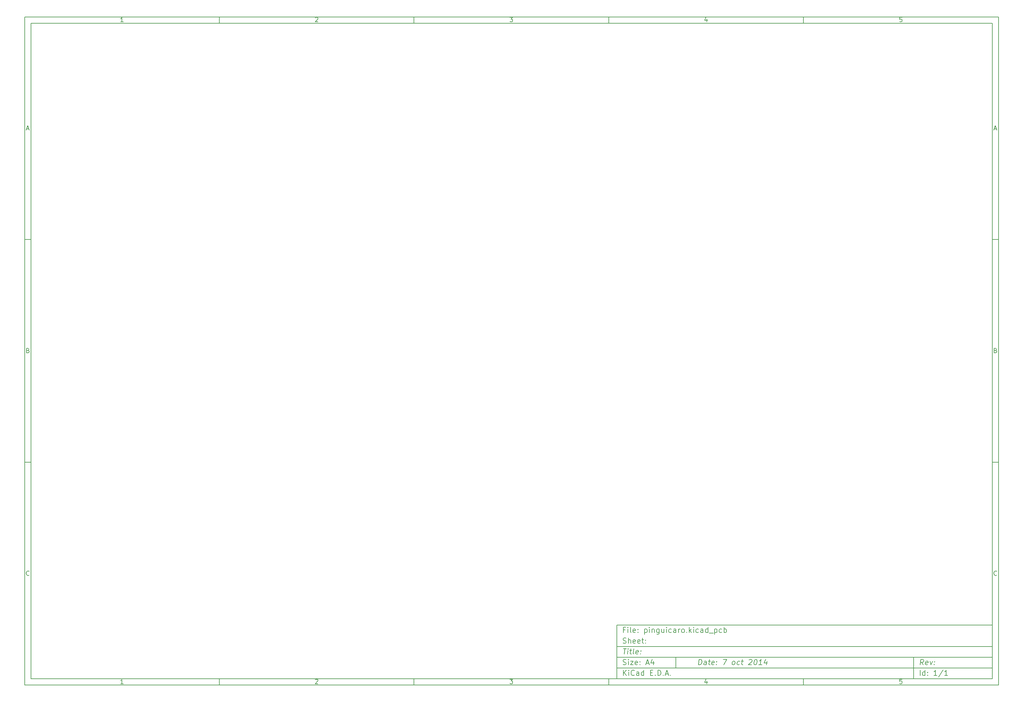
<source format=gbp>
G04 (created by PCBNEW (2013-june-11)-stable) date mar 07 oct 2014 09:39:09 ART*
%MOIN*%
G04 Gerber Fmt 3.4, Leading zero omitted, Abs format*
%FSLAX34Y34*%
G01*
G70*
G90*
G04 APERTURE LIST*
%ADD10C,0.00590551*%
G04 APERTURE END LIST*
G54D10*
X4000Y-4000D02*
X112930Y-4000D01*
X112930Y-78680D01*
X4000Y-78680D01*
X4000Y-4000D01*
X4700Y-4700D02*
X112230Y-4700D01*
X112230Y-77980D01*
X4700Y-77980D01*
X4700Y-4700D01*
X25780Y-4000D02*
X25780Y-4700D01*
X15032Y-4552D02*
X14747Y-4552D01*
X14890Y-4552D02*
X14890Y-4052D01*
X14842Y-4123D01*
X14794Y-4171D01*
X14747Y-4195D01*
X25780Y-78680D02*
X25780Y-77980D01*
X15032Y-78532D02*
X14747Y-78532D01*
X14890Y-78532D02*
X14890Y-78032D01*
X14842Y-78103D01*
X14794Y-78151D01*
X14747Y-78175D01*
X47560Y-4000D02*
X47560Y-4700D01*
X36527Y-4100D02*
X36550Y-4076D01*
X36598Y-4052D01*
X36717Y-4052D01*
X36765Y-4076D01*
X36789Y-4100D01*
X36812Y-4147D01*
X36812Y-4195D01*
X36789Y-4266D01*
X36503Y-4552D01*
X36812Y-4552D01*
X47560Y-78680D02*
X47560Y-77980D01*
X36527Y-78080D02*
X36550Y-78056D01*
X36598Y-78032D01*
X36717Y-78032D01*
X36765Y-78056D01*
X36789Y-78080D01*
X36812Y-78127D01*
X36812Y-78175D01*
X36789Y-78246D01*
X36503Y-78532D01*
X36812Y-78532D01*
X69340Y-4000D02*
X69340Y-4700D01*
X58283Y-4052D02*
X58592Y-4052D01*
X58426Y-4242D01*
X58497Y-4242D01*
X58545Y-4266D01*
X58569Y-4290D01*
X58592Y-4338D01*
X58592Y-4457D01*
X58569Y-4504D01*
X58545Y-4528D01*
X58497Y-4552D01*
X58354Y-4552D01*
X58307Y-4528D01*
X58283Y-4504D01*
X69340Y-78680D02*
X69340Y-77980D01*
X58283Y-78032D02*
X58592Y-78032D01*
X58426Y-78222D01*
X58497Y-78222D01*
X58545Y-78246D01*
X58569Y-78270D01*
X58592Y-78318D01*
X58592Y-78437D01*
X58569Y-78484D01*
X58545Y-78508D01*
X58497Y-78532D01*
X58354Y-78532D01*
X58307Y-78508D01*
X58283Y-78484D01*
X91120Y-4000D02*
X91120Y-4700D01*
X80325Y-4219D02*
X80325Y-4552D01*
X80206Y-4028D02*
X80087Y-4385D01*
X80396Y-4385D01*
X91120Y-78680D02*
X91120Y-77980D01*
X80325Y-78199D02*
X80325Y-78532D01*
X80206Y-78008D02*
X80087Y-78365D01*
X80396Y-78365D01*
X102129Y-4052D02*
X101890Y-4052D01*
X101867Y-4290D01*
X101890Y-4266D01*
X101938Y-4242D01*
X102057Y-4242D01*
X102105Y-4266D01*
X102129Y-4290D01*
X102152Y-4338D01*
X102152Y-4457D01*
X102129Y-4504D01*
X102105Y-4528D01*
X102057Y-4552D01*
X101938Y-4552D01*
X101890Y-4528D01*
X101867Y-4504D01*
X102129Y-78032D02*
X101890Y-78032D01*
X101867Y-78270D01*
X101890Y-78246D01*
X101938Y-78222D01*
X102057Y-78222D01*
X102105Y-78246D01*
X102129Y-78270D01*
X102152Y-78318D01*
X102152Y-78437D01*
X102129Y-78484D01*
X102105Y-78508D01*
X102057Y-78532D01*
X101938Y-78532D01*
X101890Y-78508D01*
X101867Y-78484D01*
X4000Y-28890D02*
X4700Y-28890D01*
X4230Y-16509D02*
X4469Y-16509D01*
X4183Y-16652D02*
X4350Y-16152D01*
X4516Y-16652D01*
X112930Y-28890D02*
X112230Y-28890D01*
X112460Y-16509D02*
X112699Y-16509D01*
X112413Y-16652D02*
X112580Y-16152D01*
X112746Y-16652D01*
X4000Y-53780D02*
X4700Y-53780D01*
X4385Y-41280D02*
X4457Y-41304D01*
X4480Y-41328D01*
X4504Y-41375D01*
X4504Y-41447D01*
X4480Y-41494D01*
X4457Y-41518D01*
X4409Y-41542D01*
X4219Y-41542D01*
X4219Y-41042D01*
X4385Y-41042D01*
X4433Y-41066D01*
X4457Y-41090D01*
X4480Y-41137D01*
X4480Y-41185D01*
X4457Y-41232D01*
X4433Y-41256D01*
X4385Y-41280D01*
X4219Y-41280D01*
X112930Y-53780D02*
X112230Y-53780D01*
X112615Y-41280D02*
X112687Y-41304D01*
X112710Y-41328D01*
X112734Y-41375D01*
X112734Y-41447D01*
X112710Y-41494D01*
X112687Y-41518D01*
X112639Y-41542D01*
X112449Y-41542D01*
X112449Y-41042D01*
X112615Y-41042D01*
X112663Y-41066D01*
X112687Y-41090D01*
X112710Y-41137D01*
X112710Y-41185D01*
X112687Y-41232D01*
X112663Y-41256D01*
X112615Y-41280D01*
X112449Y-41280D01*
X4504Y-66384D02*
X4480Y-66408D01*
X4409Y-66432D01*
X4361Y-66432D01*
X4290Y-66408D01*
X4242Y-66360D01*
X4219Y-66313D01*
X4195Y-66218D01*
X4195Y-66146D01*
X4219Y-66051D01*
X4242Y-66003D01*
X4290Y-65956D01*
X4361Y-65932D01*
X4409Y-65932D01*
X4480Y-65956D01*
X4504Y-65980D01*
X112734Y-66384D02*
X112710Y-66408D01*
X112639Y-66432D01*
X112591Y-66432D01*
X112520Y-66408D01*
X112472Y-66360D01*
X112449Y-66313D01*
X112425Y-66218D01*
X112425Y-66146D01*
X112449Y-66051D01*
X112472Y-66003D01*
X112520Y-65956D01*
X112591Y-65932D01*
X112639Y-65932D01*
X112710Y-65956D01*
X112734Y-65980D01*
X79380Y-76422D02*
X79455Y-75822D01*
X79597Y-75822D01*
X79680Y-75851D01*
X79730Y-75908D01*
X79751Y-75965D01*
X79765Y-76080D01*
X79755Y-76165D01*
X79712Y-76280D01*
X79676Y-76337D01*
X79612Y-76394D01*
X79522Y-76422D01*
X79380Y-76422D01*
X80237Y-76422D02*
X80276Y-76108D01*
X80255Y-76051D01*
X80201Y-76022D01*
X80087Y-76022D01*
X80026Y-76051D01*
X80240Y-76394D02*
X80180Y-76422D01*
X80037Y-76422D01*
X79983Y-76394D01*
X79962Y-76337D01*
X79969Y-76280D01*
X80005Y-76222D01*
X80065Y-76194D01*
X80208Y-76194D01*
X80269Y-76165D01*
X80487Y-76022D02*
X80715Y-76022D01*
X80597Y-75822D02*
X80533Y-76337D01*
X80555Y-76394D01*
X80608Y-76422D01*
X80665Y-76422D01*
X81097Y-76394D02*
X81037Y-76422D01*
X80922Y-76422D01*
X80869Y-76394D01*
X80847Y-76337D01*
X80876Y-76108D01*
X80912Y-76051D01*
X80972Y-76022D01*
X81087Y-76022D01*
X81140Y-76051D01*
X81162Y-76108D01*
X81155Y-76165D01*
X80862Y-76222D01*
X81387Y-76365D02*
X81412Y-76394D01*
X81380Y-76422D01*
X81355Y-76394D01*
X81387Y-76365D01*
X81380Y-76422D01*
X81426Y-76051D02*
X81451Y-76080D01*
X81419Y-76108D01*
X81394Y-76080D01*
X81426Y-76051D01*
X81419Y-76108D01*
X82140Y-75822D02*
X82540Y-75822D01*
X82208Y-76422D01*
X83237Y-76422D02*
X83183Y-76394D01*
X83158Y-76365D01*
X83137Y-76308D01*
X83158Y-76137D01*
X83194Y-76080D01*
X83226Y-76051D01*
X83287Y-76022D01*
X83372Y-76022D01*
X83426Y-76051D01*
X83451Y-76080D01*
X83472Y-76137D01*
X83451Y-76308D01*
X83415Y-76365D01*
X83383Y-76394D01*
X83322Y-76422D01*
X83237Y-76422D01*
X83955Y-76394D02*
X83894Y-76422D01*
X83780Y-76422D01*
X83726Y-76394D01*
X83701Y-76365D01*
X83680Y-76308D01*
X83701Y-76137D01*
X83737Y-76080D01*
X83769Y-76051D01*
X83830Y-76022D01*
X83944Y-76022D01*
X83997Y-76051D01*
X84172Y-76022D02*
X84401Y-76022D01*
X84283Y-75822D02*
X84219Y-76337D01*
X84240Y-76394D01*
X84294Y-76422D01*
X84351Y-76422D01*
X85047Y-75880D02*
X85080Y-75851D01*
X85140Y-75822D01*
X85283Y-75822D01*
X85337Y-75851D01*
X85362Y-75880D01*
X85383Y-75937D01*
X85376Y-75994D01*
X85337Y-76080D01*
X84951Y-76422D01*
X85322Y-76422D01*
X85769Y-75822D02*
X85826Y-75822D01*
X85880Y-75851D01*
X85905Y-75880D01*
X85926Y-75937D01*
X85940Y-76051D01*
X85922Y-76194D01*
X85880Y-76308D01*
X85844Y-76365D01*
X85812Y-76394D01*
X85751Y-76422D01*
X85694Y-76422D01*
X85640Y-76394D01*
X85615Y-76365D01*
X85594Y-76308D01*
X85580Y-76194D01*
X85597Y-76051D01*
X85640Y-75937D01*
X85676Y-75880D01*
X85708Y-75851D01*
X85769Y-75822D01*
X86465Y-76422D02*
X86122Y-76422D01*
X86294Y-76422D02*
X86369Y-75822D01*
X86301Y-75908D01*
X86237Y-75965D01*
X86176Y-75994D01*
X87030Y-76022D02*
X86980Y-76422D01*
X86915Y-75794D02*
X86719Y-76222D01*
X87090Y-76222D01*
X70972Y-77622D02*
X70972Y-77022D01*
X71315Y-77622D02*
X71058Y-77280D01*
X71315Y-77022D02*
X70972Y-77365D01*
X71572Y-77622D02*
X71572Y-77222D01*
X71572Y-77022D02*
X71544Y-77051D01*
X71572Y-77080D01*
X71601Y-77051D01*
X71572Y-77022D01*
X71572Y-77080D01*
X72201Y-77565D02*
X72172Y-77594D01*
X72087Y-77622D01*
X72030Y-77622D01*
X71944Y-77594D01*
X71887Y-77537D01*
X71858Y-77480D01*
X71830Y-77365D01*
X71830Y-77280D01*
X71858Y-77165D01*
X71887Y-77108D01*
X71944Y-77051D01*
X72030Y-77022D01*
X72087Y-77022D01*
X72172Y-77051D01*
X72201Y-77080D01*
X72715Y-77622D02*
X72715Y-77308D01*
X72687Y-77251D01*
X72630Y-77222D01*
X72515Y-77222D01*
X72458Y-77251D01*
X72715Y-77594D02*
X72658Y-77622D01*
X72515Y-77622D01*
X72458Y-77594D01*
X72430Y-77537D01*
X72430Y-77480D01*
X72458Y-77422D01*
X72515Y-77394D01*
X72658Y-77394D01*
X72715Y-77365D01*
X73258Y-77622D02*
X73258Y-77022D01*
X73258Y-77594D02*
X73201Y-77622D01*
X73087Y-77622D01*
X73030Y-77594D01*
X73001Y-77565D01*
X72972Y-77508D01*
X72972Y-77337D01*
X73001Y-77280D01*
X73030Y-77251D01*
X73087Y-77222D01*
X73201Y-77222D01*
X73258Y-77251D01*
X74001Y-77308D02*
X74201Y-77308D01*
X74287Y-77622D02*
X74001Y-77622D01*
X74001Y-77022D01*
X74287Y-77022D01*
X74544Y-77565D02*
X74572Y-77594D01*
X74544Y-77622D01*
X74515Y-77594D01*
X74544Y-77565D01*
X74544Y-77622D01*
X74829Y-77622D02*
X74829Y-77022D01*
X74972Y-77022D01*
X75058Y-77051D01*
X75115Y-77108D01*
X75144Y-77165D01*
X75172Y-77280D01*
X75172Y-77365D01*
X75144Y-77480D01*
X75115Y-77537D01*
X75058Y-77594D01*
X74972Y-77622D01*
X74829Y-77622D01*
X75429Y-77565D02*
X75458Y-77594D01*
X75429Y-77622D01*
X75401Y-77594D01*
X75429Y-77565D01*
X75429Y-77622D01*
X75687Y-77451D02*
X75972Y-77451D01*
X75629Y-77622D02*
X75829Y-77022D01*
X76029Y-77622D01*
X76229Y-77565D02*
X76258Y-77594D01*
X76229Y-77622D01*
X76201Y-77594D01*
X76229Y-77565D01*
X76229Y-77622D01*
X104522Y-76422D02*
X104358Y-76137D01*
X104180Y-76422D02*
X104255Y-75822D01*
X104483Y-75822D01*
X104537Y-75851D01*
X104562Y-75880D01*
X104583Y-75937D01*
X104572Y-76022D01*
X104537Y-76080D01*
X104505Y-76108D01*
X104444Y-76137D01*
X104215Y-76137D01*
X105012Y-76394D02*
X104951Y-76422D01*
X104837Y-76422D01*
X104783Y-76394D01*
X104762Y-76337D01*
X104790Y-76108D01*
X104826Y-76051D01*
X104887Y-76022D01*
X105001Y-76022D01*
X105055Y-76051D01*
X105076Y-76108D01*
X105069Y-76165D01*
X104776Y-76222D01*
X105287Y-76022D02*
X105380Y-76422D01*
X105572Y-76022D01*
X105758Y-76365D02*
X105783Y-76394D01*
X105751Y-76422D01*
X105726Y-76394D01*
X105758Y-76365D01*
X105751Y-76422D01*
X105797Y-76051D02*
X105822Y-76080D01*
X105790Y-76108D01*
X105765Y-76080D01*
X105797Y-76051D01*
X105790Y-76108D01*
X70944Y-76394D02*
X71030Y-76422D01*
X71172Y-76422D01*
X71230Y-76394D01*
X71258Y-76365D01*
X71287Y-76308D01*
X71287Y-76251D01*
X71258Y-76194D01*
X71230Y-76165D01*
X71172Y-76137D01*
X71058Y-76108D01*
X71001Y-76080D01*
X70972Y-76051D01*
X70944Y-75994D01*
X70944Y-75937D01*
X70972Y-75880D01*
X71001Y-75851D01*
X71058Y-75822D01*
X71201Y-75822D01*
X71287Y-75851D01*
X71544Y-76422D02*
X71544Y-76022D01*
X71544Y-75822D02*
X71515Y-75851D01*
X71544Y-75880D01*
X71572Y-75851D01*
X71544Y-75822D01*
X71544Y-75880D01*
X71772Y-76022D02*
X72087Y-76022D01*
X71772Y-76422D01*
X72087Y-76422D01*
X72544Y-76394D02*
X72487Y-76422D01*
X72372Y-76422D01*
X72315Y-76394D01*
X72287Y-76337D01*
X72287Y-76108D01*
X72315Y-76051D01*
X72372Y-76022D01*
X72487Y-76022D01*
X72544Y-76051D01*
X72572Y-76108D01*
X72572Y-76165D01*
X72287Y-76222D01*
X72830Y-76365D02*
X72858Y-76394D01*
X72830Y-76422D01*
X72801Y-76394D01*
X72830Y-76365D01*
X72830Y-76422D01*
X72830Y-76051D02*
X72858Y-76080D01*
X72830Y-76108D01*
X72801Y-76080D01*
X72830Y-76051D01*
X72830Y-76108D01*
X73544Y-76251D02*
X73830Y-76251D01*
X73487Y-76422D02*
X73687Y-75822D01*
X73887Y-76422D01*
X74344Y-76022D02*
X74344Y-76422D01*
X74201Y-75794D02*
X74058Y-76222D01*
X74430Y-76222D01*
X104172Y-77622D02*
X104172Y-77022D01*
X104715Y-77622D02*
X104715Y-77022D01*
X104715Y-77594D02*
X104658Y-77622D01*
X104544Y-77622D01*
X104487Y-77594D01*
X104458Y-77565D01*
X104430Y-77508D01*
X104430Y-77337D01*
X104458Y-77280D01*
X104487Y-77251D01*
X104544Y-77222D01*
X104658Y-77222D01*
X104715Y-77251D01*
X105001Y-77565D02*
X105030Y-77594D01*
X105001Y-77622D01*
X104972Y-77594D01*
X105001Y-77565D01*
X105001Y-77622D01*
X105001Y-77251D02*
X105030Y-77280D01*
X105001Y-77308D01*
X104972Y-77280D01*
X105001Y-77251D01*
X105001Y-77308D01*
X106058Y-77622D02*
X105715Y-77622D01*
X105887Y-77622D02*
X105887Y-77022D01*
X105829Y-77108D01*
X105772Y-77165D01*
X105715Y-77194D01*
X106744Y-76994D02*
X106230Y-77765D01*
X107258Y-77622D02*
X106915Y-77622D01*
X107087Y-77622D02*
X107087Y-77022D01*
X107029Y-77108D01*
X106972Y-77165D01*
X106915Y-77194D01*
X70969Y-74622D02*
X71312Y-74622D01*
X71065Y-75222D02*
X71140Y-74622D01*
X71437Y-75222D02*
X71487Y-74822D01*
X71512Y-74622D02*
X71480Y-74651D01*
X71505Y-74680D01*
X71537Y-74651D01*
X71512Y-74622D01*
X71505Y-74680D01*
X71687Y-74822D02*
X71915Y-74822D01*
X71797Y-74622D02*
X71733Y-75137D01*
X71755Y-75194D01*
X71808Y-75222D01*
X71865Y-75222D01*
X72151Y-75222D02*
X72097Y-75194D01*
X72076Y-75137D01*
X72140Y-74622D01*
X72612Y-75194D02*
X72551Y-75222D01*
X72437Y-75222D01*
X72383Y-75194D01*
X72362Y-75137D01*
X72390Y-74908D01*
X72426Y-74851D01*
X72487Y-74822D01*
X72601Y-74822D01*
X72655Y-74851D01*
X72676Y-74908D01*
X72669Y-74965D01*
X72376Y-75022D01*
X72901Y-75165D02*
X72926Y-75194D01*
X72894Y-75222D01*
X72869Y-75194D01*
X72901Y-75165D01*
X72894Y-75222D01*
X72940Y-74851D02*
X72965Y-74880D01*
X72933Y-74908D01*
X72908Y-74880D01*
X72940Y-74851D01*
X72933Y-74908D01*
X71172Y-72508D02*
X70972Y-72508D01*
X70972Y-72822D02*
X70972Y-72222D01*
X71258Y-72222D01*
X71487Y-72822D02*
X71487Y-72422D01*
X71487Y-72222D02*
X71458Y-72251D01*
X71487Y-72280D01*
X71515Y-72251D01*
X71487Y-72222D01*
X71487Y-72280D01*
X71858Y-72822D02*
X71801Y-72794D01*
X71772Y-72737D01*
X71772Y-72222D01*
X72315Y-72794D02*
X72258Y-72822D01*
X72144Y-72822D01*
X72087Y-72794D01*
X72058Y-72737D01*
X72058Y-72508D01*
X72087Y-72451D01*
X72144Y-72422D01*
X72258Y-72422D01*
X72315Y-72451D01*
X72344Y-72508D01*
X72344Y-72565D01*
X72058Y-72622D01*
X72601Y-72765D02*
X72630Y-72794D01*
X72601Y-72822D01*
X72572Y-72794D01*
X72601Y-72765D01*
X72601Y-72822D01*
X72601Y-72451D02*
X72630Y-72480D01*
X72601Y-72508D01*
X72572Y-72480D01*
X72601Y-72451D01*
X72601Y-72508D01*
X73344Y-72422D02*
X73344Y-73022D01*
X73344Y-72451D02*
X73401Y-72422D01*
X73515Y-72422D01*
X73572Y-72451D01*
X73601Y-72480D01*
X73630Y-72537D01*
X73630Y-72708D01*
X73601Y-72765D01*
X73572Y-72794D01*
X73515Y-72822D01*
X73401Y-72822D01*
X73344Y-72794D01*
X73887Y-72822D02*
X73887Y-72422D01*
X73887Y-72222D02*
X73858Y-72251D01*
X73887Y-72280D01*
X73915Y-72251D01*
X73887Y-72222D01*
X73887Y-72280D01*
X74172Y-72422D02*
X74172Y-72822D01*
X74172Y-72480D02*
X74201Y-72451D01*
X74258Y-72422D01*
X74344Y-72422D01*
X74401Y-72451D01*
X74430Y-72508D01*
X74430Y-72822D01*
X74972Y-72422D02*
X74972Y-72908D01*
X74944Y-72965D01*
X74915Y-72994D01*
X74858Y-73022D01*
X74772Y-73022D01*
X74715Y-72994D01*
X74972Y-72794D02*
X74915Y-72822D01*
X74801Y-72822D01*
X74744Y-72794D01*
X74715Y-72765D01*
X74687Y-72708D01*
X74687Y-72537D01*
X74715Y-72480D01*
X74744Y-72451D01*
X74801Y-72422D01*
X74915Y-72422D01*
X74972Y-72451D01*
X75515Y-72422D02*
X75515Y-72822D01*
X75258Y-72422D02*
X75258Y-72737D01*
X75287Y-72794D01*
X75344Y-72822D01*
X75430Y-72822D01*
X75487Y-72794D01*
X75515Y-72765D01*
X75801Y-72822D02*
X75801Y-72422D01*
X75801Y-72222D02*
X75772Y-72251D01*
X75801Y-72280D01*
X75830Y-72251D01*
X75801Y-72222D01*
X75801Y-72280D01*
X76344Y-72794D02*
X76287Y-72822D01*
X76172Y-72822D01*
X76115Y-72794D01*
X76087Y-72765D01*
X76058Y-72708D01*
X76058Y-72537D01*
X76087Y-72480D01*
X76115Y-72451D01*
X76172Y-72422D01*
X76287Y-72422D01*
X76344Y-72451D01*
X76858Y-72822D02*
X76858Y-72508D01*
X76830Y-72451D01*
X76772Y-72422D01*
X76658Y-72422D01*
X76601Y-72451D01*
X76858Y-72794D02*
X76801Y-72822D01*
X76658Y-72822D01*
X76601Y-72794D01*
X76572Y-72737D01*
X76572Y-72680D01*
X76601Y-72622D01*
X76658Y-72594D01*
X76801Y-72594D01*
X76858Y-72565D01*
X77144Y-72822D02*
X77144Y-72422D01*
X77144Y-72537D02*
X77172Y-72480D01*
X77201Y-72451D01*
X77258Y-72422D01*
X77315Y-72422D01*
X77601Y-72822D02*
X77544Y-72794D01*
X77515Y-72765D01*
X77487Y-72708D01*
X77487Y-72537D01*
X77515Y-72480D01*
X77544Y-72451D01*
X77601Y-72422D01*
X77687Y-72422D01*
X77744Y-72451D01*
X77772Y-72480D01*
X77801Y-72537D01*
X77801Y-72708D01*
X77772Y-72765D01*
X77744Y-72794D01*
X77687Y-72822D01*
X77601Y-72822D01*
X78058Y-72765D02*
X78087Y-72794D01*
X78058Y-72822D01*
X78030Y-72794D01*
X78058Y-72765D01*
X78058Y-72822D01*
X78344Y-72822D02*
X78344Y-72222D01*
X78401Y-72594D02*
X78572Y-72822D01*
X78572Y-72422D02*
X78344Y-72651D01*
X78829Y-72822D02*
X78829Y-72422D01*
X78829Y-72222D02*
X78801Y-72251D01*
X78829Y-72280D01*
X78858Y-72251D01*
X78829Y-72222D01*
X78829Y-72280D01*
X79372Y-72794D02*
X79315Y-72822D01*
X79201Y-72822D01*
X79144Y-72794D01*
X79115Y-72765D01*
X79087Y-72708D01*
X79087Y-72537D01*
X79115Y-72480D01*
X79144Y-72451D01*
X79201Y-72422D01*
X79315Y-72422D01*
X79372Y-72451D01*
X79887Y-72822D02*
X79887Y-72508D01*
X79858Y-72451D01*
X79801Y-72422D01*
X79687Y-72422D01*
X79629Y-72451D01*
X79887Y-72794D02*
X79829Y-72822D01*
X79687Y-72822D01*
X79629Y-72794D01*
X79601Y-72737D01*
X79601Y-72680D01*
X79629Y-72622D01*
X79687Y-72594D01*
X79829Y-72594D01*
X79887Y-72565D01*
X80429Y-72822D02*
X80429Y-72222D01*
X80429Y-72794D02*
X80372Y-72822D01*
X80258Y-72822D01*
X80201Y-72794D01*
X80172Y-72765D01*
X80144Y-72708D01*
X80144Y-72537D01*
X80172Y-72480D01*
X80201Y-72451D01*
X80258Y-72422D01*
X80372Y-72422D01*
X80429Y-72451D01*
X80572Y-72880D02*
X81029Y-72880D01*
X81172Y-72422D02*
X81172Y-73022D01*
X81172Y-72451D02*
X81229Y-72422D01*
X81344Y-72422D01*
X81401Y-72451D01*
X81429Y-72480D01*
X81458Y-72537D01*
X81458Y-72708D01*
X81429Y-72765D01*
X81401Y-72794D01*
X81344Y-72822D01*
X81229Y-72822D01*
X81172Y-72794D01*
X81972Y-72794D02*
X81915Y-72822D01*
X81801Y-72822D01*
X81744Y-72794D01*
X81715Y-72765D01*
X81687Y-72708D01*
X81687Y-72537D01*
X81715Y-72480D01*
X81744Y-72451D01*
X81801Y-72422D01*
X81915Y-72422D01*
X81972Y-72451D01*
X82229Y-72822D02*
X82229Y-72222D01*
X82229Y-72451D02*
X82287Y-72422D01*
X82401Y-72422D01*
X82458Y-72451D01*
X82487Y-72480D01*
X82515Y-72537D01*
X82515Y-72708D01*
X82487Y-72765D01*
X82458Y-72794D01*
X82401Y-72822D01*
X82287Y-72822D01*
X82229Y-72794D01*
X70944Y-73994D02*
X71030Y-74022D01*
X71172Y-74022D01*
X71230Y-73994D01*
X71258Y-73965D01*
X71287Y-73908D01*
X71287Y-73851D01*
X71258Y-73794D01*
X71230Y-73765D01*
X71172Y-73737D01*
X71058Y-73708D01*
X71001Y-73680D01*
X70972Y-73651D01*
X70944Y-73594D01*
X70944Y-73537D01*
X70972Y-73480D01*
X71001Y-73451D01*
X71058Y-73422D01*
X71201Y-73422D01*
X71287Y-73451D01*
X71544Y-74022D02*
X71544Y-73422D01*
X71801Y-74022D02*
X71801Y-73708D01*
X71772Y-73651D01*
X71715Y-73622D01*
X71630Y-73622D01*
X71572Y-73651D01*
X71544Y-73680D01*
X72315Y-73994D02*
X72258Y-74022D01*
X72144Y-74022D01*
X72087Y-73994D01*
X72058Y-73937D01*
X72058Y-73708D01*
X72087Y-73651D01*
X72144Y-73622D01*
X72258Y-73622D01*
X72315Y-73651D01*
X72344Y-73708D01*
X72344Y-73765D01*
X72058Y-73822D01*
X72830Y-73994D02*
X72772Y-74022D01*
X72658Y-74022D01*
X72601Y-73994D01*
X72572Y-73937D01*
X72572Y-73708D01*
X72601Y-73651D01*
X72658Y-73622D01*
X72772Y-73622D01*
X72830Y-73651D01*
X72858Y-73708D01*
X72858Y-73765D01*
X72572Y-73822D01*
X73030Y-73622D02*
X73258Y-73622D01*
X73115Y-73422D02*
X73115Y-73937D01*
X73144Y-73994D01*
X73201Y-74022D01*
X73258Y-74022D01*
X73458Y-73965D02*
X73487Y-73994D01*
X73458Y-74022D01*
X73430Y-73994D01*
X73458Y-73965D01*
X73458Y-74022D01*
X73458Y-73651D02*
X73487Y-73680D01*
X73458Y-73708D01*
X73430Y-73680D01*
X73458Y-73651D01*
X73458Y-73708D01*
X70230Y-71980D02*
X70230Y-77980D01*
X70230Y-71980D02*
X112230Y-71980D01*
X70230Y-71980D02*
X112230Y-71980D01*
X70230Y-74380D02*
X112230Y-74380D01*
X103430Y-75580D02*
X103430Y-77980D01*
X70230Y-76780D02*
X112230Y-76780D01*
X70230Y-75580D02*
X112230Y-75580D01*
X76830Y-75580D02*
X76830Y-76780D01*
M02*

</source>
